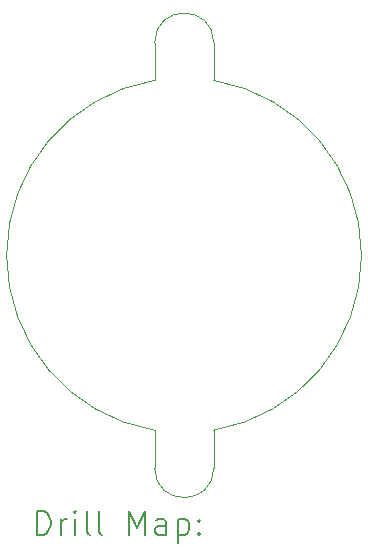
<source format=gbr>
%TF.GenerationSoftware,KiCad,Pcbnew,9.0.0*%
%TF.CreationDate,2025-04-19T11:55:19+01:00*%
%TF.ProjectId,LED_Connector,4c45445f-436f-46e6-9e65-63746f722e6b,rev?*%
%TF.SameCoordinates,Original*%
%TF.FileFunction,Drillmap*%
%TF.FilePolarity,Positive*%
%FSLAX45Y45*%
G04 Gerber Fmt 4.5, Leading zero omitted, Abs format (unit mm)*
G04 Created by KiCad (PCBNEW 9.0.0) date 2025-04-19 11:55:19*
%MOMM*%
%LPD*%
G01*
G04 APERTURE LIST*
%ADD10C,0.050000*%
%ADD11C,0.200000*%
G04 APERTURE END LIST*
D10*
X14495000Y-11800000D02*
X14495000Y-11500000D01*
X14995000Y-8517500D02*
X14995000Y-8497500D01*
X14495000Y-11480000D02*
X14495000Y-11500000D01*
X14995000Y-8517500D02*
G75*
G02*
X14994914Y-11479491I-250760J-1480988D01*
G01*
X14995000Y-11800000D02*
G75*
G02*
X14495000Y-11800000I-250000J0D01*
G01*
X14495000Y-11480000D02*
G75*
G02*
X14495000Y-8517500I248642J1481250D01*
G01*
X14995000Y-8197500D02*
X14995000Y-8497500D01*
X14495000Y-8197500D02*
X14495000Y-8495000D01*
X14995000Y-11502500D02*
X14995000Y-11480000D01*
X14495000Y-8197500D02*
G75*
G02*
X14995000Y-8197500I250000J0D01*
G01*
X14995000Y-11800000D02*
X14995000Y-11502500D01*
X14495000Y-8495000D02*
X14495000Y-8517500D01*
D11*
X13499945Y-12363984D02*
X13499945Y-12163984D01*
X13499945Y-12163984D02*
X13547564Y-12163984D01*
X13547564Y-12163984D02*
X13576136Y-12173508D01*
X13576136Y-12173508D02*
X13595183Y-12192555D01*
X13595183Y-12192555D02*
X13604707Y-12211603D01*
X13604707Y-12211603D02*
X13614231Y-12249698D01*
X13614231Y-12249698D02*
X13614231Y-12278269D01*
X13614231Y-12278269D02*
X13604707Y-12316365D01*
X13604707Y-12316365D02*
X13595183Y-12335412D01*
X13595183Y-12335412D02*
X13576136Y-12354460D01*
X13576136Y-12354460D02*
X13547564Y-12363984D01*
X13547564Y-12363984D02*
X13499945Y-12363984D01*
X13699945Y-12363984D02*
X13699945Y-12230650D01*
X13699945Y-12268746D02*
X13709469Y-12249698D01*
X13709469Y-12249698D02*
X13718993Y-12240174D01*
X13718993Y-12240174D02*
X13738040Y-12230650D01*
X13738040Y-12230650D02*
X13757088Y-12230650D01*
X13823755Y-12363984D02*
X13823755Y-12230650D01*
X13823755Y-12163984D02*
X13814231Y-12173508D01*
X13814231Y-12173508D02*
X13823755Y-12183031D01*
X13823755Y-12183031D02*
X13833279Y-12173508D01*
X13833279Y-12173508D02*
X13823755Y-12163984D01*
X13823755Y-12163984D02*
X13823755Y-12183031D01*
X13947564Y-12363984D02*
X13928517Y-12354460D01*
X13928517Y-12354460D02*
X13918993Y-12335412D01*
X13918993Y-12335412D02*
X13918993Y-12163984D01*
X14052326Y-12363984D02*
X14033279Y-12354460D01*
X14033279Y-12354460D02*
X14023755Y-12335412D01*
X14023755Y-12335412D02*
X14023755Y-12163984D01*
X14280898Y-12363984D02*
X14280898Y-12163984D01*
X14280898Y-12163984D02*
X14347564Y-12306841D01*
X14347564Y-12306841D02*
X14414231Y-12163984D01*
X14414231Y-12163984D02*
X14414231Y-12363984D01*
X14595183Y-12363984D02*
X14595183Y-12259222D01*
X14595183Y-12259222D02*
X14585660Y-12240174D01*
X14585660Y-12240174D02*
X14566612Y-12230650D01*
X14566612Y-12230650D02*
X14528517Y-12230650D01*
X14528517Y-12230650D02*
X14509469Y-12240174D01*
X14595183Y-12354460D02*
X14576136Y-12363984D01*
X14576136Y-12363984D02*
X14528517Y-12363984D01*
X14528517Y-12363984D02*
X14509469Y-12354460D01*
X14509469Y-12354460D02*
X14499945Y-12335412D01*
X14499945Y-12335412D02*
X14499945Y-12316365D01*
X14499945Y-12316365D02*
X14509469Y-12297317D01*
X14509469Y-12297317D02*
X14528517Y-12287793D01*
X14528517Y-12287793D02*
X14576136Y-12287793D01*
X14576136Y-12287793D02*
X14595183Y-12278269D01*
X14690421Y-12230650D02*
X14690421Y-12430650D01*
X14690421Y-12240174D02*
X14709469Y-12230650D01*
X14709469Y-12230650D02*
X14747564Y-12230650D01*
X14747564Y-12230650D02*
X14766612Y-12240174D01*
X14766612Y-12240174D02*
X14776136Y-12249698D01*
X14776136Y-12249698D02*
X14785660Y-12268746D01*
X14785660Y-12268746D02*
X14785660Y-12325888D01*
X14785660Y-12325888D02*
X14776136Y-12344936D01*
X14776136Y-12344936D02*
X14766612Y-12354460D01*
X14766612Y-12354460D02*
X14747564Y-12363984D01*
X14747564Y-12363984D02*
X14709469Y-12363984D01*
X14709469Y-12363984D02*
X14690421Y-12354460D01*
X14871374Y-12344936D02*
X14880898Y-12354460D01*
X14880898Y-12354460D02*
X14871374Y-12363984D01*
X14871374Y-12363984D02*
X14861850Y-12354460D01*
X14861850Y-12354460D02*
X14871374Y-12344936D01*
X14871374Y-12344936D02*
X14871374Y-12363984D01*
X14871374Y-12240174D02*
X14880898Y-12249698D01*
X14880898Y-12249698D02*
X14871374Y-12259222D01*
X14871374Y-12259222D02*
X14861850Y-12249698D01*
X14861850Y-12249698D02*
X14871374Y-12240174D01*
X14871374Y-12240174D02*
X14871374Y-12259222D01*
M02*

</source>
